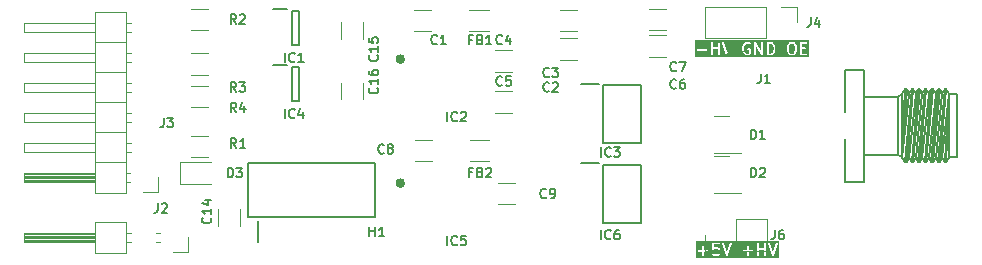
<source format=gbr>
%TF.GenerationSoftware,KiCad,Pcbnew,7.0.10*%
%TF.CreationDate,2024-02-11T10:45:53+07:00*%
%TF.ProjectId,PMOD-Pulser_update,504d4f44-2d50-4756-9c73-65725f757064,rev?*%
%TF.SameCoordinates,PX5e2ce30PY52bb330*%
%TF.FileFunction,Legend,Top*%
%TF.FilePolarity,Positive*%
%FSLAX46Y46*%
G04 Gerber Fmt 4.6, Leading zero omitted, Abs format (unit mm)*
G04 Created by KiCad (PCBNEW 7.0.10) date 2024-02-11 10:45:53*
%MOMM*%
%LPD*%
G01*
G04 APERTURE LIST*
%ADD10C,0.150000*%
%ADD11C,0.120000*%
%ADD12C,0.200000*%
%ADD13C,0.400000*%
G04 APERTURE END LIST*
D10*
G36*
X57197581Y18182010D02*
G01*
X57271694Y18107897D01*
X57310187Y18030910D01*
X57353571Y17857376D01*
X57353571Y17732987D01*
X57310187Y17559453D01*
X57271693Y17482466D01*
X57197581Y17408353D01*
X57083068Y17370181D01*
X56932143Y17370181D01*
X56932143Y18220181D01*
X57083068Y18220181D01*
X57197581Y18182010D01*
G37*
G36*
X59050811Y18185923D02*
G01*
X59122753Y18113981D01*
X59163095Y17952614D01*
X59163095Y17637749D01*
X59122753Y17476383D01*
X59050810Y17404439D01*
X58982295Y17370181D01*
X58827229Y17370181D01*
X58758713Y17404439D01*
X58686770Y17476383D01*
X58646429Y17637749D01*
X58646429Y17952614D01*
X58686770Y18113981D01*
X58758713Y18185923D01*
X58827229Y18220181D01*
X58982295Y18220181D01*
X59050811Y18185923D01*
G37*
G36*
X60359575Y17077324D02*
G01*
X50688044Y17077324D01*
X50688044Y17295181D01*
X52067857Y17295181D01*
X52085404Y17246972D01*
X52129833Y17221320D01*
X52180357Y17230229D01*
X52213334Y17269529D01*
X52217857Y17295181D01*
X52217857Y17743991D01*
X52639285Y17743991D01*
X52639285Y17295181D01*
X52656832Y17246972D01*
X52701261Y17221320D01*
X52751785Y17230229D01*
X52784762Y17269529D01*
X52789285Y17295181D01*
X52789285Y18295181D01*
X52788539Y18297230D01*
X52972647Y18297230D01*
X52976468Y18271464D01*
X53309801Y17271464D01*
X53311143Y17269773D01*
X53311202Y17267614D01*
X53326951Y17249853D01*
X53341692Y17231278D01*
X53343805Y17230846D01*
X53345239Y17229229D01*
X53368709Y17225749D01*
X53391953Y17220992D01*
X53393852Y17222021D01*
X53395988Y17221704D01*
X53416201Y17234123D01*
X53437067Y17245421D01*
X53437860Y17247429D01*
X53439700Y17248559D01*
X53452103Y17271464D01*
X53602866Y17723753D01*
X54686905Y17723753D01*
X54688090Y17720496D01*
X54689144Y17705563D01*
X54736763Y17515087D01*
X54738751Y17512143D01*
X54742442Y17499736D01*
X54790061Y17404498D01*
X54791247Y17403375D01*
X54804110Y17385006D01*
X54899348Y17289767D01*
X54903412Y17287872D01*
X54905759Y17284052D01*
X54928664Y17271649D01*
X55071520Y17224030D01*
X55073155Y17224075D01*
X55095238Y17220181D01*
X55190476Y17220181D01*
X55192014Y17220742D01*
X55214193Y17224030D01*
X55357050Y17271649D01*
X55360561Y17274437D01*
X55365030Y17274827D01*
X55386367Y17289768D01*
X55391780Y17295181D01*
X55734524Y17295181D01*
X55752071Y17246972D01*
X55796500Y17221320D01*
X55847024Y17230229D01*
X55880001Y17269529D01*
X55884524Y17295181D01*
X55884524Y18012765D01*
X56315834Y17257970D01*
X56321127Y17253489D01*
X56323499Y17246972D01*
X56340236Y17237309D01*
X56354987Y17224819D01*
X56361921Y17224789D01*
X56367928Y17221320D01*
X56386961Y17224677D01*
X56406289Y17224590D01*
X56411622Y17229025D01*
X56418452Y17230229D01*
X56430876Y17245036D01*
X56445736Y17257392D01*
X56446970Y17264216D01*
X56451429Y17269529D01*
X56455952Y17295181D01*
X56782143Y17295181D01*
X56788806Y17276873D01*
X56792191Y17257681D01*
X56797375Y17253331D01*
X56799690Y17246972D01*
X56816563Y17237230D01*
X56831491Y17224704D01*
X56841233Y17222987D01*
X56844119Y17221320D01*
X56847401Y17221899D01*
X56857143Y17220181D01*
X57095238Y17220181D01*
X57096776Y17220742D01*
X57118955Y17224030D01*
X57261812Y17271649D01*
X57265324Y17274437D01*
X57269791Y17274827D01*
X57291128Y17289767D01*
X57386367Y17385007D01*
X57387058Y17386490D01*
X57400415Y17404498D01*
X57448034Y17499736D01*
X57448440Y17503265D01*
X57453713Y17515087D01*
X57482070Y17628515D01*
X58496429Y17628515D01*
X58497614Y17625258D01*
X58498668Y17610325D01*
X58546287Y17419849D01*
X58550429Y17413717D01*
X58551074Y17406343D01*
X58566015Y17385006D01*
X58661253Y17289767D01*
X58662735Y17289076D01*
X58680745Y17275718D01*
X58775983Y17228099D01*
X58780436Y17227587D01*
X58783872Y17224704D01*
X58809524Y17220181D01*
X59000000Y17220181D01*
X59004213Y17221715D01*
X59008574Y17220673D01*
X59033541Y17228099D01*
X59128779Y17275718D01*
X59129904Y17276908D01*
X59148271Y17289767D01*
X59153685Y17295181D01*
X59591667Y17295181D01*
X59598330Y17276873D01*
X59601715Y17257681D01*
X59606899Y17253331D01*
X59609214Y17246972D01*
X59626087Y17237230D01*
X59641015Y17224704D01*
X59650757Y17222987D01*
X59653643Y17221320D01*
X59656925Y17221899D01*
X59666667Y17220181D01*
X60142857Y17220181D01*
X60191066Y17237728D01*
X60216718Y17282157D01*
X60207809Y17332681D01*
X60168509Y17365658D01*
X60142857Y17370181D01*
X59741667Y17370181D01*
X59741667Y17743991D01*
X60000000Y17743991D01*
X60048209Y17761538D01*
X60073861Y17805967D01*
X60064952Y17856491D01*
X60025652Y17889468D01*
X60000000Y17893991D01*
X59741667Y17893991D01*
X59741667Y18220181D01*
X60142857Y18220181D01*
X60191066Y18237728D01*
X60216718Y18282157D01*
X60207809Y18332681D01*
X60168509Y18365658D01*
X60142857Y18370181D01*
X59666667Y18370181D01*
X59648358Y18363518D01*
X59629167Y18360133D01*
X59624816Y18354949D01*
X59618458Y18352634D01*
X59608715Y18335761D01*
X59596190Y18320833D01*
X59594472Y18311091D01*
X59592806Y18308205D01*
X59593384Y18304923D01*
X59591667Y18295181D01*
X59591667Y17295181D01*
X59153685Y17295181D01*
X59243510Y17385007D01*
X59246637Y17391715D01*
X59252627Y17396060D01*
X59263237Y17419849D01*
X59310856Y17610325D01*
X59310495Y17613774D01*
X59313095Y17628515D01*
X59313095Y17961848D01*
X59311909Y17965106D01*
X59310856Y17980038D01*
X59263237Y18170514D01*
X59259095Y18176647D01*
X59258450Y18184020D01*
X59243509Y18205357D01*
X59148271Y18300595D01*
X59146789Y18301286D01*
X59128779Y18314644D01*
X59033541Y18362263D01*
X59029087Y18362776D01*
X59025652Y18365658D01*
X59000000Y18370181D01*
X58809524Y18370181D01*
X58805310Y18368648D01*
X58800949Y18369689D01*
X58775983Y18362263D01*
X58680745Y18314644D01*
X58679621Y18313458D01*
X58661253Y18300595D01*
X58566015Y18205357D01*
X58562887Y18198650D01*
X58556897Y18194303D01*
X58546287Y18170514D01*
X58498668Y17980038D01*
X58499028Y17976590D01*
X58496429Y17961848D01*
X58496429Y17628515D01*
X57482070Y17628515D01*
X57501332Y17705563D01*
X57500971Y17709012D01*
X57503571Y17723753D01*
X57503571Y17866610D01*
X57502385Y17869868D01*
X57501332Y17884800D01*
X57453713Y18075276D01*
X57451724Y18078221D01*
X57448034Y18090627D01*
X57400415Y18185865D01*
X57399228Y18186989D01*
X57386366Y18205357D01*
X57291128Y18300595D01*
X57287064Y18302490D01*
X57284717Y18306311D01*
X57261812Y18318713D01*
X57118955Y18366332D01*
X57117320Y18366288D01*
X57095238Y18370181D01*
X56857143Y18370181D01*
X56838834Y18363518D01*
X56819643Y18360133D01*
X56815292Y18354949D01*
X56808934Y18352634D01*
X56799191Y18335761D01*
X56786666Y18320833D01*
X56784948Y18311091D01*
X56783282Y18308205D01*
X56783860Y18304923D01*
X56782143Y18295181D01*
X56782143Y17295181D01*
X56455952Y17295181D01*
X56455952Y18295181D01*
X56438405Y18343390D01*
X56393976Y18369042D01*
X56343452Y18360133D01*
X56310475Y18320833D01*
X56305952Y18295181D01*
X56305952Y17577598D01*
X55874642Y18332391D01*
X55869349Y18336873D01*
X55866977Y18343390D01*
X55850237Y18353055D01*
X55835489Y18365543D01*
X55828554Y18365574D01*
X55822548Y18369042D01*
X55803514Y18365686D01*
X55784187Y18365772D01*
X55778853Y18361338D01*
X55772024Y18360133D01*
X55759599Y18345327D01*
X55744740Y18332970D01*
X55743505Y18326147D01*
X55739047Y18320833D01*
X55734524Y18295181D01*
X55734524Y17295181D01*
X55391780Y17295181D01*
X55433985Y17337387D01*
X55440903Y17352225D01*
X55451429Y17364768D01*
X55454272Y17380896D01*
X55455666Y17383884D01*
X55455143Y17385835D01*
X55455952Y17390420D01*
X55455952Y17723753D01*
X55449288Y17742062D01*
X55445904Y17761253D01*
X55440719Y17765604D01*
X55438405Y17771962D01*
X55421531Y17781705D01*
X55406604Y17794230D01*
X55396861Y17795948D01*
X55393976Y17797614D01*
X55390693Y17797036D01*
X55380952Y17798753D01*
X55190476Y17798753D01*
X55142267Y17781206D01*
X55116615Y17736777D01*
X55125524Y17686253D01*
X55164824Y17653276D01*
X55190476Y17648753D01*
X55305952Y17648753D01*
X55305952Y17421486D01*
X55292819Y17408353D01*
X55178306Y17370181D01*
X55107408Y17370181D01*
X54992895Y17408352D01*
X54918782Y17482466D01*
X54880288Y17559453D01*
X54836905Y17732987D01*
X54836905Y17857376D01*
X54880288Y18030910D01*
X54918782Y18107897D01*
X54992895Y18182010D01*
X55107408Y18220181D01*
X55220390Y18220181D01*
X55299792Y18180480D01*
X55350758Y18174615D01*
X55393571Y18202881D01*
X55408198Y18252056D01*
X55387795Y18299127D01*
X55366874Y18314644D01*
X55271636Y18362263D01*
X55267182Y18362776D01*
X55263747Y18365658D01*
X55238095Y18370181D01*
X55095238Y18370181D01*
X55093700Y18369622D01*
X55071520Y18366332D01*
X54928664Y18318713D01*
X54925153Y18315927D01*
X54920685Y18315536D01*
X54899348Y18300595D01*
X54804110Y18205357D01*
X54803419Y18203876D01*
X54790061Y18185865D01*
X54742442Y18090627D01*
X54742035Y18087099D01*
X54736763Y18075276D01*
X54689144Y17884800D01*
X54689504Y17881352D01*
X54686905Y17866610D01*
X54686905Y17723753D01*
X53602866Y17723753D01*
X53785436Y18271464D01*
X53784035Y18322747D01*
X53749997Y18361133D01*
X53699249Y18368658D01*
X53655536Y18341803D01*
X53643134Y18318898D01*
X53380952Y17532352D01*
X53118770Y18318898D01*
X53086879Y18359084D01*
X53036618Y18369370D01*
X52991504Y18344941D01*
X52972647Y18297230D01*
X52788539Y18297230D01*
X52771738Y18343390D01*
X52727309Y18369042D01*
X52676785Y18360133D01*
X52643808Y18320833D01*
X52639285Y18295181D01*
X52639285Y17893991D01*
X52217857Y17893991D01*
X52217857Y18295181D01*
X52200310Y18343390D01*
X52155881Y18369042D01*
X52105357Y18360133D01*
X52072380Y18320833D01*
X52067857Y18295181D01*
X52067857Y17295181D01*
X50688044Y17295181D01*
X50688044Y17689158D01*
X50830901Y17689158D01*
X50839810Y17638634D01*
X50879110Y17605657D01*
X50904762Y17601134D01*
X51666667Y17601134D01*
X51714876Y17618681D01*
X51740528Y17663110D01*
X51731619Y17713634D01*
X51692319Y17746611D01*
X51666667Y17751134D01*
X50904762Y17751134D01*
X50856553Y17733587D01*
X50830901Y17689158D01*
X50688044Y17689158D01*
X50688044Y18513038D01*
X60359575Y18513038D01*
X60359575Y17077324D01*
G37*
G36*
X57844960Y77324D02*
G01*
X50795187Y77324D01*
X50795187Y689158D01*
X50938044Y689158D01*
X50946953Y638634D01*
X50986253Y605657D01*
X51011905Y601134D01*
X51317857Y601134D01*
X51317857Y295181D01*
X51335404Y246972D01*
X51379833Y221320D01*
X51430357Y230229D01*
X51463334Y269529D01*
X51467857Y295181D01*
X51467857Y601134D01*
X51773810Y601134D01*
X51822019Y618681D01*
X51847671Y663110D01*
X51838762Y713634D01*
X51799462Y746611D01*
X51773810Y751134D01*
X51467857Y751134D01*
X51467857Y825527D01*
X52127667Y825527D01*
X52134193Y801168D01*
X52140416Y776738D01*
X52140816Y776451D01*
X52140944Y775973D01*
X52161578Y761525D01*
X52182072Y746792D01*
X52182565Y746830D01*
X52182970Y746546D01*
X52208073Y748743D01*
X52233232Y750630D01*
X52233585Y750976D01*
X52234077Y751018D01*
X52255414Y765958D01*
X52294427Y804971D01*
X52362943Y839229D01*
X52565628Y839229D01*
X52634144Y804971D01*
X52664551Y774564D01*
X52698809Y706048D01*
X52698809Y503363D01*
X52664550Y434847D01*
X52634143Y404439D01*
X52565628Y370181D01*
X52362943Y370181D01*
X52294427Y404439D01*
X52255415Y443452D01*
X52208918Y465134D01*
X52159363Y451857D01*
X52129937Y409832D01*
X52134407Y358725D01*
X52149347Y337388D01*
X52196966Y289768D01*
X52198447Y289078D01*
X52216459Y275718D01*
X52311697Y228099D01*
X52316150Y227587D01*
X52319586Y224704D01*
X52345238Y220181D01*
X52583333Y220181D01*
X52587546Y221715D01*
X52591907Y220673D01*
X52616874Y228099D01*
X52712112Y275718D01*
X52713236Y276906D01*
X52731605Y289768D01*
X52779223Y337387D01*
X52779913Y338869D01*
X52793272Y356879D01*
X52840891Y452117D01*
X52841403Y456571D01*
X52844286Y460006D01*
X52848809Y485658D01*
X52848809Y723753D01*
X52847275Y727967D01*
X52848317Y732328D01*
X52840891Y757294D01*
X52793272Y852532D01*
X52792082Y853658D01*
X52779223Y872024D01*
X52731604Y919643D01*
X52730122Y920334D01*
X52712112Y933692D01*
X52616874Y981311D01*
X52612420Y981824D01*
X52608985Y984706D01*
X52583333Y989229D01*
X52345238Y989229D01*
X52341024Y987696D01*
X52336663Y988737D01*
X52311697Y981311D01*
X52293055Y971991D01*
X52317874Y1220181D01*
X52726190Y1220181D01*
X52774399Y1237728D01*
X52800051Y1282157D01*
X52797393Y1297230D01*
X52984552Y1297230D01*
X52988373Y1271464D01*
X53321706Y271464D01*
X53323048Y269773D01*
X53323107Y267614D01*
X53338856Y249853D01*
X53353597Y231278D01*
X53355710Y230846D01*
X53357144Y229229D01*
X53380614Y225749D01*
X53403858Y220992D01*
X53405757Y222021D01*
X53407893Y221704D01*
X53428106Y234123D01*
X53448972Y245421D01*
X53449765Y247429D01*
X53451605Y248559D01*
X53464008Y271464D01*
X53603239Y689158D01*
X54747568Y689158D01*
X54756477Y638634D01*
X54795777Y605657D01*
X54821429Y601134D01*
X55127381Y601134D01*
X55127381Y295181D01*
X55144928Y246972D01*
X55189357Y221320D01*
X55239881Y230229D01*
X55272858Y269529D01*
X55277381Y295181D01*
X55984524Y295181D01*
X56002071Y246972D01*
X56046500Y221320D01*
X56097024Y230229D01*
X56130001Y269529D01*
X56134524Y295181D01*
X56134524Y743991D01*
X56555952Y743991D01*
X56555952Y295181D01*
X56573499Y246972D01*
X56617928Y221320D01*
X56668452Y230229D01*
X56701429Y269529D01*
X56705952Y295181D01*
X56705952Y1295181D01*
X56705206Y1297230D01*
X56889314Y1297230D01*
X56893135Y1271464D01*
X57226468Y271464D01*
X57227810Y269773D01*
X57227869Y267614D01*
X57243618Y249853D01*
X57258359Y231278D01*
X57260472Y230846D01*
X57261906Y229229D01*
X57285376Y225749D01*
X57308620Y220992D01*
X57310519Y222021D01*
X57312655Y221704D01*
X57332868Y234123D01*
X57353734Y245421D01*
X57354527Y247429D01*
X57356367Y248559D01*
X57368770Y271464D01*
X57702103Y1271464D01*
X57700702Y1322747D01*
X57666664Y1361133D01*
X57615916Y1368658D01*
X57572203Y1341803D01*
X57559801Y1318898D01*
X57297619Y532352D01*
X57035437Y1318898D01*
X57003546Y1359084D01*
X56953285Y1369370D01*
X56908171Y1344941D01*
X56889314Y1297230D01*
X56705206Y1297230D01*
X56688405Y1343390D01*
X56643976Y1369042D01*
X56593452Y1360133D01*
X56560475Y1320833D01*
X56555952Y1295181D01*
X56555952Y893991D01*
X56134524Y893991D01*
X56134524Y1295181D01*
X56116977Y1343390D01*
X56072548Y1369042D01*
X56022024Y1360133D01*
X55989047Y1320833D01*
X55984524Y1295181D01*
X55984524Y295181D01*
X55277381Y295181D01*
X55277381Y601134D01*
X55583334Y601134D01*
X55631543Y618681D01*
X55657195Y663110D01*
X55648286Y713634D01*
X55608986Y746611D01*
X55583334Y751134D01*
X55277381Y751134D01*
X55277381Y1057086D01*
X55259834Y1105295D01*
X55215405Y1130947D01*
X55164881Y1122038D01*
X55131904Y1082738D01*
X55127381Y1057086D01*
X55127381Y751134D01*
X54821429Y751134D01*
X54773220Y733587D01*
X54747568Y689158D01*
X53603239Y689158D01*
X53797341Y1271464D01*
X53795940Y1322747D01*
X53761902Y1361133D01*
X53711154Y1368658D01*
X53667441Y1341803D01*
X53655039Y1318898D01*
X53392857Y532352D01*
X53130675Y1318898D01*
X53098784Y1359084D01*
X53048523Y1369370D01*
X53003409Y1344941D01*
X52984552Y1297230D01*
X52797393Y1297230D01*
X52791142Y1332681D01*
X52751842Y1365658D01*
X52726190Y1370181D01*
X52250000Y1370181D01*
X52235032Y1364734D01*
X52219149Y1363542D01*
X52211642Y1356220D01*
X52201791Y1352634D01*
X52193827Y1338841D01*
X52182425Y1327718D01*
X52177693Y1310898D01*
X52176139Y1308205D01*
X52176446Y1306463D01*
X52175372Y1302644D01*
X52127753Y826454D01*
X52127875Y825974D01*
X52127667Y825527D01*
X51467857Y825527D01*
X51467857Y1057086D01*
X51450310Y1105295D01*
X51405881Y1130947D01*
X51355357Y1122038D01*
X51322380Y1082738D01*
X51317857Y1057086D01*
X51317857Y751134D01*
X51011905Y751134D01*
X50963696Y733587D01*
X50938044Y689158D01*
X50795187Y689158D01*
X50795187Y1513038D01*
X57844960Y1513038D01*
X57844960Y77324D01*
G37*
X60483333Y20437705D02*
X60483333Y19866277D01*
X60483333Y19866277D02*
X60445238Y19751991D01*
X60445238Y19751991D02*
X60369047Y19675800D01*
X60369047Y19675800D02*
X60254762Y19637705D01*
X60254762Y19637705D02*
X60178571Y19637705D01*
X61207143Y20171039D02*
X61207143Y19637705D01*
X61016667Y20475800D02*
X60826190Y19904372D01*
X60826190Y19904372D02*
X61321429Y19904372D01*
X15969048Y16637705D02*
X15969048Y17437705D01*
X16807143Y16713896D02*
X16769047Y16675800D01*
X16769047Y16675800D02*
X16654762Y16637705D01*
X16654762Y16637705D02*
X16578571Y16637705D01*
X16578571Y16637705D02*
X16464285Y16675800D01*
X16464285Y16675800D02*
X16388095Y16751991D01*
X16388095Y16751991D02*
X16350000Y16828181D01*
X16350000Y16828181D02*
X16311904Y16980562D01*
X16311904Y16980562D02*
X16311904Y17094848D01*
X16311904Y17094848D02*
X16350000Y17247229D01*
X16350000Y17247229D02*
X16388095Y17323420D01*
X16388095Y17323420D02*
X16464285Y17399610D01*
X16464285Y17399610D02*
X16578571Y17437705D01*
X16578571Y17437705D02*
X16654762Y17437705D01*
X16654762Y17437705D02*
X16769047Y17399610D01*
X16769047Y17399610D02*
X16807143Y17361515D01*
X17569047Y16637705D02*
X17111904Y16637705D01*
X17340476Y16637705D02*
X17340476Y17437705D01*
X17340476Y17437705D02*
X17264285Y17323420D01*
X17264285Y17323420D02*
X17188095Y17247229D01*
X17188095Y17247229D02*
X17111904Y17209134D01*
X34366667Y14713896D02*
X34328571Y14675800D01*
X34328571Y14675800D02*
X34214286Y14637705D01*
X34214286Y14637705D02*
X34138095Y14637705D01*
X34138095Y14637705D02*
X34023809Y14675800D01*
X34023809Y14675800D02*
X33947619Y14751991D01*
X33947619Y14751991D02*
X33909524Y14828181D01*
X33909524Y14828181D02*
X33871428Y14980562D01*
X33871428Y14980562D02*
X33871428Y15094848D01*
X33871428Y15094848D02*
X33909524Y15247229D01*
X33909524Y15247229D02*
X33947619Y15323420D01*
X33947619Y15323420D02*
X34023809Y15399610D01*
X34023809Y15399610D02*
X34138095Y15437705D01*
X34138095Y15437705D02*
X34214286Y15437705D01*
X34214286Y15437705D02*
X34328571Y15399610D01*
X34328571Y15399610D02*
X34366667Y15361515D01*
X35090476Y15437705D02*
X34709524Y15437705D01*
X34709524Y15437705D02*
X34671428Y15056753D01*
X34671428Y15056753D02*
X34709524Y15094848D01*
X34709524Y15094848D02*
X34785714Y15132943D01*
X34785714Y15132943D02*
X34976190Y15132943D01*
X34976190Y15132943D02*
X35052381Y15094848D01*
X35052381Y15094848D02*
X35090476Y15056753D01*
X35090476Y15056753D02*
X35128571Y14980562D01*
X35128571Y14980562D02*
X35128571Y14790086D01*
X35128571Y14790086D02*
X35090476Y14713896D01*
X35090476Y14713896D02*
X35052381Y14675800D01*
X35052381Y14675800D02*
X34976190Y14637705D01*
X34976190Y14637705D02*
X34785714Y14637705D01*
X34785714Y14637705D02*
X34709524Y14675800D01*
X34709524Y14675800D02*
X34671428Y14713896D01*
X11866667Y14137705D02*
X11600000Y14518658D01*
X11409524Y14137705D02*
X11409524Y14937705D01*
X11409524Y14937705D02*
X11714286Y14937705D01*
X11714286Y14937705D02*
X11790476Y14899610D01*
X11790476Y14899610D02*
X11828571Y14861515D01*
X11828571Y14861515D02*
X11866667Y14785324D01*
X11866667Y14785324D02*
X11866667Y14671039D01*
X11866667Y14671039D02*
X11828571Y14594848D01*
X11828571Y14594848D02*
X11790476Y14556753D01*
X11790476Y14556753D02*
X11714286Y14518658D01*
X11714286Y14518658D02*
X11409524Y14518658D01*
X12133333Y14937705D02*
X12628571Y14937705D01*
X12628571Y14937705D02*
X12361905Y14632943D01*
X12361905Y14632943D02*
X12476190Y14632943D01*
X12476190Y14632943D02*
X12552381Y14594848D01*
X12552381Y14594848D02*
X12590476Y14556753D01*
X12590476Y14556753D02*
X12628571Y14480562D01*
X12628571Y14480562D02*
X12628571Y14290086D01*
X12628571Y14290086D02*
X12590476Y14213896D01*
X12590476Y14213896D02*
X12552381Y14175800D01*
X12552381Y14175800D02*
X12476190Y14137705D01*
X12476190Y14137705D02*
X12247619Y14137705D01*
X12247619Y14137705D02*
X12171428Y14175800D01*
X12171428Y14175800D02*
X12133333Y14213896D01*
X49116667Y14463896D02*
X49078571Y14425800D01*
X49078571Y14425800D02*
X48964286Y14387705D01*
X48964286Y14387705D02*
X48888095Y14387705D01*
X48888095Y14387705D02*
X48773809Y14425800D01*
X48773809Y14425800D02*
X48697619Y14501991D01*
X48697619Y14501991D02*
X48659524Y14578181D01*
X48659524Y14578181D02*
X48621428Y14730562D01*
X48621428Y14730562D02*
X48621428Y14844848D01*
X48621428Y14844848D02*
X48659524Y14997229D01*
X48659524Y14997229D02*
X48697619Y15073420D01*
X48697619Y15073420D02*
X48773809Y15149610D01*
X48773809Y15149610D02*
X48888095Y15187705D01*
X48888095Y15187705D02*
X48964286Y15187705D01*
X48964286Y15187705D02*
X49078571Y15149610D01*
X49078571Y15149610D02*
X49116667Y15111515D01*
X49802381Y15187705D02*
X49650000Y15187705D01*
X49650000Y15187705D02*
X49573809Y15149610D01*
X49573809Y15149610D02*
X49535714Y15111515D01*
X49535714Y15111515D02*
X49459524Y14997229D01*
X49459524Y14997229D02*
X49421428Y14844848D01*
X49421428Y14844848D02*
X49421428Y14540086D01*
X49421428Y14540086D02*
X49459524Y14463896D01*
X49459524Y14463896D02*
X49497619Y14425800D01*
X49497619Y14425800D02*
X49573809Y14387705D01*
X49573809Y14387705D02*
X49726190Y14387705D01*
X49726190Y14387705D02*
X49802381Y14425800D01*
X49802381Y14425800D02*
X49840476Y14463896D01*
X49840476Y14463896D02*
X49878571Y14540086D01*
X49878571Y14540086D02*
X49878571Y14730562D01*
X49878571Y14730562D02*
X49840476Y14806753D01*
X49840476Y14806753D02*
X49802381Y14844848D01*
X49802381Y14844848D02*
X49726190Y14882943D01*
X49726190Y14882943D02*
X49573809Y14882943D01*
X49573809Y14882943D02*
X49497619Y14844848D01*
X49497619Y14844848D02*
X49459524Y14806753D01*
X49459524Y14806753D02*
X49421428Y14730562D01*
X55409524Y6887705D02*
X55409524Y7687705D01*
X55409524Y7687705D02*
X55600000Y7687705D01*
X55600000Y7687705D02*
X55714286Y7649610D01*
X55714286Y7649610D02*
X55790476Y7573420D01*
X55790476Y7573420D02*
X55828571Y7497229D01*
X55828571Y7497229D02*
X55866667Y7344848D01*
X55866667Y7344848D02*
X55866667Y7230562D01*
X55866667Y7230562D02*
X55828571Y7078181D01*
X55828571Y7078181D02*
X55790476Y7001991D01*
X55790476Y7001991D02*
X55714286Y6925800D01*
X55714286Y6925800D02*
X55600000Y6887705D01*
X55600000Y6887705D02*
X55409524Y6887705D01*
X56171428Y7611515D02*
X56209524Y7649610D01*
X56209524Y7649610D02*
X56285714Y7687705D01*
X56285714Y7687705D02*
X56476190Y7687705D01*
X56476190Y7687705D02*
X56552381Y7649610D01*
X56552381Y7649610D02*
X56590476Y7611515D01*
X56590476Y7611515D02*
X56628571Y7535324D01*
X56628571Y7535324D02*
X56628571Y7459134D01*
X56628571Y7459134D02*
X56590476Y7344848D01*
X56590476Y7344848D02*
X56133333Y6887705D01*
X56133333Y6887705D02*
X56628571Y6887705D01*
X49116667Y15963896D02*
X49078571Y15925800D01*
X49078571Y15925800D02*
X48964286Y15887705D01*
X48964286Y15887705D02*
X48888095Y15887705D01*
X48888095Y15887705D02*
X48773809Y15925800D01*
X48773809Y15925800D02*
X48697619Y16001991D01*
X48697619Y16001991D02*
X48659524Y16078181D01*
X48659524Y16078181D02*
X48621428Y16230562D01*
X48621428Y16230562D02*
X48621428Y16344848D01*
X48621428Y16344848D02*
X48659524Y16497229D01*
X48659524Y16497229D02*
X48697619Y16573420D01*
X48697619Y16573420D02*
X48773809Y16649610D01*
X48773809Y16649610D02*
X48888095Y16687705D01*
X48888095Y16687705D02*
X48964286Y16687705D01*
X48964286Y16687705D02*
X49078571Y16649610D01*
X49078571Y16649610D02*
X49116667Y16611515D01*
X49383333Y16687705D02*
X49916667Y16687705D01*
X49916667Y16687705D02*
X49573809Y15887705D01*
X29719048Y11637705D02*
X29719048Y12437705D01*
X30557143Y11713896D02*
X30519047Y11675800D01*
X30519047Y11675800D02*
X30404762Y11637705D01*
X30404762Y11637705D02*
X30328571Y11637705D01*
X30328571Y11637705D02*
X30214285Y11675800D01*
X30214285Y11675800D02*
X30138095Y11751991D01*
X30138095Y11751991D02*
X30100000Y11828181D01*
X30100000Y11828181D02*
X30061904Y11980562D01*
X30061904Y11980562D02*
X30061904Y12094848D01*
X30061904Y12094848D02*
X30100000Y12247229D01*
X30100000Y12247229D02*
X30138095Y12323420D01*
X30138095Y12323420D02*
X30214285Y12399610D01*
X30214285Y12399610D02*
X30328571Y12437705D01*
X30328571Y12437705D02*
X30404762Y12437705D01*
X30404762Y12437705D02*
X30519047Y12399610D01*
X30519047Y12399610D02*
X30557143Y12361515D01*
X30861904Y12361515D02*
X30900000Y12399610D01*
X30900000Y12399610D02*
X30976190Y12437705D01*
X30976190Y12437705D02*
X31166666Y12437705D01*
X31166666Y12437705D02*
X31242857Y12399610D01*
X31242857Y12399610D02*
X31280952Y12361515D01*
X31280952Y12361515D02*
X31319047Y12285324D01*
X31319047Y12285324D02*
X31319047Y12209134D01*
X31319047Y12209134D02*
X31280952Y12094848D01*
X31280952Y12094848D02*
X30823809Y11637705D01*
X30823809Y11637705D02*
X31319047Y11637705D01*
X55409524Y10137705D02*
X55409524Y10937705D01*
X55409524Y10937705D02*
X55600000Y10937705D01*
X55600000Y10937705D02*
X55714286Y10899610D01*
X55714286Y10899610D02*
X55790476Y10823420D01*
X55790476Y10823420D02*
X55828571Y10747229D01*
X55828571Y10747229D02*
X55866667Y10594848D01*
X55866667Y10594848D02*
X55866667Y10480562D01*
X55866667Y10480562D02*
X55828571Y10328181D01*
X55828571Y10328181D02*
X55790476Y10251991D01*
X55790476Y10251991D02*
X55714286Y10175800D01*
X55714286Y10175800D02*
X55600000Y10137705D01*
X55600000Y10137705D02*
X55409524Y10137705D01*
X56628571Y10137705D02*
X56171428Y10137705D01*
X56400000Y10137705D02*
X56400000Y10937705D01*
X56400000Y10937705D02*
X56323809Y10823420D01*
X56323809Y10823420D02*
X56247619Y10747229D01*
X56247619Y10747229D02*
X56171428Y10709134D01*
X23786104Y17235715D02*
X23824200Y17197619D01*
X23824200Y17197619D02*
X23862295Y17083334D01*
X23862295Y17083334D02*
X23862295Y17007143D01*
X23862295Y17007143D02*
X23824200Y16892857D01*
X23824200Y16892857D02*
X23748009Y16816667D01*
X23748009Y16816667D02*
X23671819Y16778572D01*
X23671819Y16778572D02*
X23519438Y16740476D01*
X23519438Y16740476D02*
X23405152Y16740476D01*
X23405152Y16740476D02*
X23252771Y16778572D01*
X23252771Y16778572D02*
X23176580Y16816667D01*
X23176580Y16816667D02*
X23100390Y16892857D01*
X23100390Y16892857D02*
X23062295Y17007143D01*
X23062295Y17007143D02*
X23062295Y17083334D01*
X23062295Y17083334D02*
X23100390Y17197619D01*
X23100390Y17197619D02*
X23138485Y17235715D01*
X23862295Y17997619D02*
X23862295Y17540476D01*
X23862295Y17769048D02*
X23062295Y17769048D01*
X23062295Y17769048D02*
X23176580Y17692857D01*
X23176580Y17692857D02*
X23252771Y17616667D01*
X23252771Y17616667D02*
X23290866Y17540476D01*
X23062295Y18721429D02*
X23062295Y18340477D01*
X23062295Y18340477D02*
X23443247Y18302381D01*
X23443247Y18302381D02*
X23405152Y18340477D01*
X23405152Y18340477D02*
X23367057Y18416667D01*
X23367057Y18416667D02*
X23367057Y18607143D01*
X23367057Y18607143D02*
X23405152Y18683334D01*
X23405152Y18683334D02*
X23443247Y18721429D01*
X23443247Y18721429D02*
X23519438Y18759524D01*
X23519438Y18759524D02*
X23709914Y18759524D01*
X23709914Y18759524D02*
X23786104Y18721429D01*
X23786104Y18721429D02*
X23824200Y18683334D01*
X23824200Y18683334D02*
X23862295Y18607143D01*
X23862295Y18607143D02*
X23862295Y18416667D01*
X23862295Y18416667D02*
X23824200Y18340477D01*
X23824200Y18340477D02*
X23786104Y18302381D01*
X56267731Y15655705D02*
X56267731Y15084277D01*
X56267731Y15084277D02*
X56229636Y14969991D01*
X56229636Y14969991D02*
X56153445Y14893800D01*
X56153445Y14893800D02*
X56039160Y14855705D01*
X56039160Y14855705D02*
X55962969Y14855705D01*
X57067731Y14855705D02*
X56610588Y14855705D01*
X56839160Y14855705D02*
X56839160Y15655705D01*
X56839160Y15655705D02*
X56762969Y15541420D01*
X56762969Y15541420D02*
X56686779Y15465229D01*
X56686779Y15465229D02*
X56610588Y15427134D01*
X34366667Y18213896D02*
X34328571Y18175800D01*
X34328571Y18175800D02*
X34214286Y18137705D01*
X34214286Y18137705D02*
X34138095Y18137705D01*
X34138095Y18137705D02*
X34023809Y18175800D01*
X34023809Y18175800D02*
X33947619Y18251991D01*
X33947619Y18251991D02*
X33909524Y18328181D01*
X33909524Y18328181D02*
X33871428Y18480562D01*
X33871428Y18480562D02*
X33871428Y18594848D01*
X33871428Y18594848D02*
X33909524Y18747229D01*
X33909524Y18747229D02*
X33947619Y18823420D01*
X33947619Y18823420D02*
X34023809Y18899610D01*
X34023809Y18899610D02*
X34138095Y18937705D01*
X34138095Y18937705D02*
X34214286Y18937705D01*
X34214286Y18937705D02*
X34328571Y18899610D01*
X34328571Y18899610D02*
X34366667Y18861515D01*
X35052381Y18671039D02*
X35052381Y18137705D01*
X34861905Y18975800D02*
X34671428Y18404372D01*
X34671428Y18404372D02*
X35166667Y18404372D01*
X31833333Y7306753D02*
X31566667Y7306753D01*
X31566667Y6887705D02*
X31566667Y7687705D01*
X31566667Y7687705D02*
X31947619Y7687705D01*
X32519047Y7306753D02*
X32633333Y7268658D01*
X32633333Y7268658D02*
X32671428Y7230562D01*
X32671428Y7230562D02*
X32709524Y7154372D01*
X32709524Y7154372D02*
X32709524Y7040086D01*
X32709524Y7040086D02*
X32671428Y6963896D01*
X32671428Y6963896D02*
X32633333Y6925800D01*
X32633333Y6925800D02*
X32557143Y6887705D01*
X32557143Y6887705D02*
X32252381Y6887705D01*
X32252381Y6887705D02*
X32252381Y7687705D01*
X32252381Y7687705D02*
X32519047Y7687705D01*
X32519047Y7687705D02*
X32595238Y7649610D01*
X32595238Y7649610D02*
X32633333Y7611515D01*
X32633333Y7611515D02*
X32671428Y7535324D01*
X32671428Y7535324D02*
X32671428Y7459134D01*
X32671428Y7459134D02*
X32633333Y7382943D01*
X32633333Y7382943D02*
X32595238Y7344848D01*
X32595238Y7344848D02*
X32519047Y7306753D01*
X32519047Y7306753D02*
X32252381Y7306753D01*
X33014285Y7611515D02*
X33052381Y7649610D01*
X33052381Y7649610D02*
X33128571Y7687705D01*
X33128571Y7687705D02*
X33319047Y7687705D01*
X33319047Y7687705D02*
X33395238Y7649610D01*
X33395238Y7649610D02*
X33433333Y7611515D01*
X33433333Y7611515D02*
X33471428Y7535324D01*
X33471428Y7535324D02*
X33471428Y7459134D01*
X33471428Y7459134D02*
X33433333Y7344848D01*
X33433333Y7344848D02*
X32976190Y6887705D01*
X32976190Y6887705D02*
X33471428Y6887705D01*
X31833333Y18556753D02*
X31566667Y18556753D01*
X31566667Y18137705D02*
X31566667Y18937705D01*
X31566667Y18937705D02*
X31947619Y18937705D01*
X32519047Y18556753D02*
X32633333Y18518658D01*
X32633333Y18518658D02*
X32671428Y18480562D01*
X32671428Y18480562D02*
X32709524Y18404372D01*
X32709524Y18404372D02*
X32709524Y18290086D01*
X32709524Y18290086D02*
X32671428Y18213896D01*
X32671428Y18213896D02*
X32633333Y18175800D01*
X32633333Y18175800D02*
X32557143Y18137705D01*
X32557143Y18137705D02*
X32252381Y18137705D01*
X32252381Y18137705D02*
X32252381Y18937705D01*
X32252381Y18937705D02*
X32519047Y18937705D01*
X32519047Y18937705D02*
X32595238Y18899610D01*
X32595238Y18899610D02*
X32633333Y18861515D01*
X32633333Y18861515D02*
X32671428Y18785324D01*
X32671428Y18785324D02*
X32671428Y18709134D01*
X32671428Y18709134D02*
X32633333Y18632943D01*
X32633333Y18632943D02*
X32595238Y18594848D01*
X32595238Y18594848D02*
X32519047Y18556753D01*
X32519047Y18556753D02*
X32252381Y18556753D01*
X33471428Y18137705D02*
X33014285Y18137705D01*
X33242857Y18137705D02*
X33242857Y18937705D01*
X33242857Y18937705D02*
X33166666Y18823420D01*
X33166666Y18823420D02*
X33090476Y18747229D01*
X33090476Y18747229D02*
X33014285Y18709134D01*
X9686104Y3485715D02*
X9724200Y3447619D01*
X9724200Y3447619D02*
X9762295Y3333334D01*
X9762295Y3333334D02*
X9762295Y3257143D01*
X9762295Y3257143D02*
X9724200Y3142857D01*
X9724200Y3142857D02*
X9648009Y3066667D01*
X9648009Y3066667D02*
X9571819Y3028572D01*
X9571819Y3028572D02*
X9419438Y2990476D01*
X9419438Y2990476D02*
X9305152Y2990476D01*
X9305152Y2990476D02*
X9152771Y3028572D01*
X9152771Y3028572D02*
X9076580Y3066667D01*
X9076580Y3066667D02*
X9000390Y3142857D01*
X9000390Y3142857D02*
X8962295Y3257143D01*
X8962295Y3257143D02*
X8962295Y3333334D01*
X8962295Y3333334D02*
X9000390Y3447619D01*
X9000390Y3447619D02*
X9038485Y3485715D01*
X9762295Y4247619D02*
X9762295Y3790476D01*
X9762295Y4019048D02*
X8962295Y4019048D01*
X8962295Y4019048D02*
X9076580Y3942857D01*
X9076580Y3942857D02*
X9152771Y3866667D01*
X9152771Y3866667D02*
X9190866Y3790476D01*
X9228961Y4933334D02*
X9762295Y4933334D01*
X8924200Y4742858D02*
X9495628Y4552381D01*
X9495628Y4552381D02*
X9495628Y5047620D01*
X57453333Y2437705D02*
X57453333Y1866277D01*
X57453333Y1866277D02*
X57415238Y1751991D01*
X57415238Y1751991D02*
X57339047Y1675800D01*
X57339047Y1675800D02*
X57224762Y1637705D01*
X57224762Y1637705D02*
X57148571Y1637705D01*
X58177143Y2437705D02*
X58024762Y2437705D01*
X58024762Y2437705D02*
X57948571Y2399610D01*
X57948571Y2399610D02*
X57910476Y2361515D01*
X57910476Y2361515D02*
X57834286Y2247229D01*
X57834286Y2247229D02*
X57796190Y2094848D01*
X57796190Y2094848D02*
X57796190Y1790086D01*
X57796190Y1790086D02*
X57834286Y1713896D01*
X57834286Y1713896D02*
X57872381Y1675800D01*
X57872381Y1675800D02*
X57948571Y1637705D01*
X57948571Y1637705D02*
X58100952Y1637705D01*
X58100952Y1637705D02*
X58177143Y1675800D01*
X58177143Y1675800D02*
X58215238Y1713896D01*
X58215238Y1713896D02*
X58253333Y1790086D01*
X58253333Y1790086D02*
X58253333Y1980562D01*
X58253333Y1980562D02*
X58215238Y2056753D01*
X58215238Y2056753D02*
X58177143Y2094848D01*
X58177143Y2094848D02*
X58100952Y2132943D01*
X58100952Y2132943D02*
X57948571Y2132943D01*
X57948571Y2132943D02*
X57872381Y2094848D01*
X57872381Y2094848D02*
X57834286Y2056753D01*
X57834286Y2056753D02*
X57796190Y1980562D01*
X11866667Y19887705D02*
X11600000Y20268658D01*
X11409524Y19887705D02*
X11409524Y20687705D01*
X11409524Y20687705D02*
X11714286Y20687705D01*
X11714286Y20687705D02*
X11790476Y20649610D01*
X11790476Y20649610D02*
X11828571Y20611515D01*
X11828571Y20611515D02*
X11866667Y20535324D01*
X11866667Y20535324D02*
X11866667Y20421039D01*
X11866667Y20421039D02*
X11828571Y20344848D01*
X11828571Y20344848D02*
X11790476Y20306753D01*
X11790476Y20306753D02*
X11714286Y20268658D01*
X11714286Y20268658D02*
X11409524Y20268658D01*
X12171428Y20611515D02*
X12209524Y20649610D01*
X12209524Y20649610D02*
X12285714Y20687705D01*
X12285714Y20687705D02*
X12476190Y20687705D01*
X12476190Y20687705D02*
X12552381Y20649610D01*
X12552381Y20649610D02*
X12590476Y20611515D01*
X12590476Y20611515D02*
X12628571Y20535324D01*
X12628571Y20535324D02*
X12628571Y20459134D01*
X12628571Y20459134D02*
X12590476Y20344848D01*
X12590476Y20344848D02*
X12133333Y19887705D01*
X12133333Y19887705D02*
X12628571Y19887705D01*
X11866667Y12387705D02*
X11600000Y12768658D01*
X11409524Y12387705D02*
X11409524Y13187705D01*
X11409524Y13187705D02*
X11714286Y13187705D01*
X11714286Y13187705D02*
X11790476Y13149610D01*
X11790476Y13149610D02*
X11828571Y13111515D01*
X11828571Y13111515D02*
X11866667Y13035324D01*
X11866667Y13035324D02*
X11866667Y12921039D01*
X11866667Y12921039D02*
X11828571Y12844848D01*
X11828571Y12844848D02*
X11790476Y12806753D01*
X11790476Y12806753D02*
X11714286Y12768658D01*
X11714286Y12768658D02*
X11409524Y12768658D01*
X12552381Y12921039D02*
X12552381Y12387705D01*
X12361905Y13225800D02*
X12171428Y12654372D01*
X12171428Y12654372D02*
X12666667Y12654372D01*
X38116667Y5213896D02*
X38078571Y5175800D01*
X38078571Y5175800D02*
X37964286Y5137705D01*
X37964286Y5137705D02*
X37888095Y5137705D01*
X37888095Y5137705D02*
X37773809Y5175800D01*
X37773809Y5175800D02*
X37697619Y5251991D01*
X37697619Y5251991D02*
X37659524Y5328181D01*
X37659524Y5328181D02*
X37621428Y5480562D01*
X37621428Y5480562D02*
X37621428Y5594848D01*
X37621428Y5594848D02*
X37659524Y5747229D01*
X37659524Y5747229D02*
X37697619Y5823420D01*
X37697619Y5823420D02*
X37773809Y5899610D01*
X37773809Y5899610D02*
X37888095Y5937705D01*
X37888095Y5937705D02*
X37964286Y5937705D01*
X37964286Y5937705D02*
X38078571Y5899610D01*
X38078571Y5899610D02*
X38116667Y5861515D01*
X38497619Y5137705D02*
X38650000Y5137705D01*
X38650000Y5137705D02*
X38726190Y5175800D01*
X38726190Y5175800D02*
X38764286Y5213896D01*
X38764286Y5213896D02*
X38840476Y5328181D01*
X38840476Y5328181D02*
X38878571Y5480562D01*
X38878571Y5480562D02*
X38878571Y5785324D01*
X38878571Y5785324D02*
X38840476Y5861515D01*
X38840476Y5861515D02*
X38802381Y5899610D01*
X38802381Y5899610D02*
X38726190Y5937705D01*
X38726190Y5937705D02*
X38573809Y5937705D01*
X38573809Y5937705D02*
X38497619Y5899610D01*
X38497619Y5899610D02*
X38459524Y5861515D01*
X38459524Y5861515D02*
X38421428Y5785324D01*
X38421428Y5785324D02*
X38421428Y5594848D01*
X38421428Y5594848D02*
X38459524Y5518658D01*
X38459524Y5518658D02*
X38497619Y5480562D01*
X38497619Y5480562D02*
X38573809Y5442467D01*
X38573809Y5442467D02*
X38726190Y5442467D01*
X38726190Y5442467D02*
X38802381Y5480562D01*
X38802381Y5480562D02*
X38840476Y5518658D01*
X38840476Y5518658D02*
X38878571Y5594848D01*
X5233333Y4687705D02*
X5233333Y4116277D01*
X5233333Y4116277D02*
X5195238Y4001991D01*
X5195238Y4001991D02*
X5119047Y3925800D01*
X5119047Y3925800D02*
X5004762Y3887705D01*
X5004762Y3887705D02*
X4928571Y3887705D01*
X5576190Y4611515D02*
X5614286Y4649610D01*
X5614286Y4649610D02*
X5690476Y4687705D01*
X5690476Y4687705D02*
X5880952Y4687705D01*
X5880952Y4687705D02*
X5957143Y4649610D01*
X5957143Y4649610D02*
X5995238Y4611515D01*
X5995238Y4611515D02*
X6033333Y4535324D01*
X6033333Y4535324D02*
X6033333Y4459134D01*
X6033333Y4459134D02*
X5995238Y4344848D01*
X5995238Y4344848D02*
X5538095Y3887705D01*
X5538095Y3887705D02*
X6033333Y3887705D01*
X38366667Y14213896D02*
X38328571Y14175800D01*
X38328571Y14175800D02*
X38214286Y14137705D01*
X38214286Y14137705D02*
X38138095Y14137705D01*
X38138095Y14137705D02*
X38023809Y14175800D01*
X38023809Y14175800D02*
X37947619Y14251991D01*
X37947619Y14251991D02*
X37909524Y14328181D01*
X37909524Y14328181D02*
X37871428Y14480562D01*
X37871428Y14480562D02*
X37871428Y14594848D01*
X37871428Y14594848D02*
X37909524Y14747229D01*
X37909524Y14747229D02*
X37947619Y14823420D01*
X37947619Y14823420D02*
X38023809Y14899610D01*
X38023809Y14899610D02*
X38138095Y14937705D01*
X38138095Y14937705D02*
X38214286Y14937705D01*
X38214286Y14937705D02*
X38328571Y14899610D01*
X38328571Y14899610D02*
X38366667Y14861515D01*
X38671428Y14861515D02*
X38709524Y14899610D01*
X38709524Y14899610D02*
X38785714Y14937705D01*
X38785714Y14937705D02*
X38976190Y14937705D01*
X38976190Y14937705D02*
X39052381Y14899610D01*
X39052381Y14899610D02*
X39090476Y14861515D01*
X39090476Y14861515D02*
X39128571Y14785324D01*
X39128571Y14785324D02*
X39128571Y14709134D01*
X39128571Y14709134D02*
X39090476Y14594848D01*
X39090476Y14594848D02*
X38633333Y14137705D01*
X38633333Y14137705D02*
X39128571Y14137705D01*
X23786104Y14485715D02*
X23824200Y14447619D01*
X23824200Y14447619D02*
X23862295Y14333334D01*
X23862295Y14333334D02*
X23862295Y14257143D01*
X23862295Y14257143D02*
X23824200Y14142857D01*
X23824200Y14142857D02*
X23748009Y14066667D01*
X23748009Y14066667D02*
X23671819Y14028572D01*
X23671819Y14028572D02*
X23519438Y13990476D01*
X23519438Y13990476D02*
X23405152Y13990476D01*
X23405152Y13990476D02*
X23252771Y14028572D01*
X23252771Y14028572D02*
X23176580Y14066667D01*
X23176580Y14066667D02*
X23100390Y14142857D01*
X23100390Y14142857D02*
X23062295Y14257143D01*
X23062295Y14257143D02*
X23062295Y14333334D01*
X23062295Y14333334D02*
X23100390Y14447619D01*
X23100390Y14447619D02*
X23138485Y14485715D01*
X23862295Y15247619D02*
X23862295Y14790476D01*
X23862295Y15019048D02*
X23062295Y15019048D01*
X23062295Y15019048D02*
X23176580Y14942857D01*
X23176580Y14942857D02*
X23252771Y14866667D01*
X23252771Y14866667D02*
X23290866Y14790476D01*
X23062295Y15933334D02*
X23062295Y15780953D01*
X23062295Y15780953D02*
X23100390Y15704762D01*
X23100390Y15704762D02*
X23138485Y15666667D01*
X23138485Y15666667D02*
X23252771Y15590477D01*
X23252771Y15590477D02*
X23405152Y15552381D01*
X23405152Y15552381D02*
X23709914Y15552381D01*
X23709914Y15552381D02*
X23786104Y15590477D01*
X23786104Y15590477D02*
X23824200Y15628572D01*
X23824200Y15628572D02*
X23862295Y15704762D01*
X23862295Y15704762D02*
X23862295Y15857143D01*
X23862295Y15857143D02*
X23824200Y15933334D01*
X23824200Y15933334D02*
X23786104Y15971429D01*
X23786104Y15971429D02*
X23709914Y16009524D01*
X23709914Y16009524D02*
X23519438Y16009524D01*
X23519438Y16009524D02*
X23443247Y15971429D01*
X23443247Y15971429D02*
X23405152Y15933334D01*
X23405152Y15933334D02*
X23367057Y15857143D01*
X23367057Y15857143D02*
X23367057Y15704762D01*
X23367057Y15704762D02*
X23405152Y15628572D01*
X23405152Y15628572D02*
X23443247Y15590477D01*
X23443247Y15590477D02*
X23519438Y15552381D01*
X42719048Y1637705D02*
X42719048Y2437705D01*
X43557143Y1713896D02*
X43519047Y1675800D01*
X43519047Y1675800D02*
X43404762Y1637705D01*
X43404762Y1637705D02*
X43328571Y1637705D01*
X43328571Y1637705D02*
X43214285Y1675800D01*
X43214285Y1675800D02*
X43138095Y1751991D01*
X43138095Y1751991D02*
X43100000Y1828181D01*
X43100000Y1828181D02*
X43061904Y1980562D01*
X43061904Y1980562D02*
X43061904Y2094848D01*
X43061904Y2094848D02*
X43100000Y2247229D01*
X43100000Y2247229D02*
X43138095Y2323420D01*
X43138095Y2323420D02*
X43214285Y2399610D01*
X43214285Y2399610D02*
X43328571Y2437705D01*
X43328571Y2437705D02*
X43404762Y2437705D01*
X43404762Y2437705D02*
X43519047Y2399610D01*
X43519047Y2399610D02*
X43557143Y2361515D01*
X44242857Y2437705D02*
X44090476Y2437705D01*
X44090476Y2437705D02*
X44014285Y2399610D01*
X44014285Y2399610D02*
X43976190Y2361515D01*
X43976190Y2361515D02*
X43900000Y2247229D01*
X43900000Y2247229D02*
X43861904Y2094848D01*
X43861904Y2094848D02*
X43861904Y1790086D01*
X43861904Y1790086D02*
X43900000Y1713896D01*
X43900000Y1713896D02*
X43938095Y1675800D01*
X43938095Y1675800D02*
X44014285Y1637705D01*
X44014285Y1637705D02*
X44166666Y1637705D01*
X44166666Y1637705D02*
X44242857Y1675800D01*
X44242857Y1675800D02*
X44280952Y1713896D01*
X44280952Y1713896D02*
X44319047Y1790086D01*
X44319047Y1790086D02*
X44319047Y1980562D01*
X44319047Y1980562D02*
X44280952Y2056753D01*
X44280952Y2056753D02*
X44242857Y2094848D01*
X44242857Y2094848D02*
X44166666Y2132943D01*
X44166666Y2132943D02*
X44014285Y2132943D01*
X44014285Y2132943D02*
X43938095Y2094848D01*
X43938095Y2094848D02*
X43900000Y2056753D01*
X43900000Y2056753D02*
X43861904Y1980562D01*
X42719048Y8637705D02*
X42719048Y9437705D01*
X43557143Y8713896D02*
X43519047Y8675800D01*
X43519047Y8675800D02*
X43404762Y8637705D01*
X43404762Y8637705D02*
X43328571Y8637705D01*
X43328571Y8637705D02*
X43214285Y8675800D01*
X43214285Y8675800D02*
X43138095Y8751991D01*
X43138095Y8751991D02*
X43100000Y8828181D01*
X43100000Y8828181D02*
X43061904Y8980562D01*
X43061904Y8980562D02*
X43061904Y9094848D01*
X43061904Y9094848D02*
X43100000Y9247229D01*
X43100000Y9247229D02*
X43138095Y9323420D01*
X43138095Y9323420D02*
X43214285Y9399610D01*
X43214285Y9399610D02*
X43328571Y9437705D01*
X43328571Y9437705D02*
X43404762Y9437705D01*
X43404762Y9437705D02*
X43519047Y9399610D01*
X43519047Y9399610D02*
X43557143Y9361515D01*
X43823809Y9437705D02*
X44319047Y9437705D01*
X44319047Y9437705D02*
X44052381Y9132943D01*
X44052381Y9132943D02*
X44166666Y9132943D01*
X44166666Y9132943D02*
X44242857Y9094848D01*
X44242857Y9094848D02*
X44280952Y9056753D01*
X44280952Y9056753D02*
X44319047Y8980562D01*
X44319047Y8980562D02*
X44319047Y8790086D01*
X44319047Y8790086D02*
X44280952Y8713896D01*
X44280952Y8713896D02*
X44242857Y8675800D01*
X44242857Y8675800D02*
X44166666Y8637705D01*
X44166666Y8637705D02*
X43938095Y8637705D01*
X43938095Y8637705D02*
X43861904Y8675800D01*
X43861904Y8675800D02*
X43823809Y8713896D01*
X24366667Y8963896D02*
X24328571Y8925800D01*
X24328571Y8925800D02*
X24214286Y8887705D01*
X24214286Y8887705D02*
X24138095Y8887705D01*
X24138095Y8887705D02*
X24023809Y8925800D01*
X24023809Y8925800D02*
X23947619Y9001991D01*
X23947619Y9001991D02*
X23909524Y9078181D01*
X23909524Y9078181D02*
X23871428Y9230562D01*
X23871428Y9230562D02*
X23871428Y9344848D01*
X23871428Y9344848D02*
X23909524Y9497229D01*
X23909524Y9497229D02*
X23947619Y9573420D01*
X23947619Y9573420D02*
X24023809Y9649610D01*
X24023809Y9649610D02*
X24138095Y9687705D01*
X24138095Y9687705D02*
X24214286Y9687705D01*
X24214286Y9687705D02*
X24328571Y9649610D01*
X24328571Y9649610D02*
X24366667Y9611515D01*
X24823809Y9344848D02*
X24747619Y9382943D01*
X24747619Y9382943D02*
X24709524Y9421039D01*
X24709524Y9421039D02*
X24671428Y9497229D01*
X24671428Y9497229D02*
X24671428Y9535324D01*
X24671428Y9535324D02*
X24709524Y9611515D01*
X24709524Y9611515D02*
X24747619Y9649610D01*
X24747619Y9649610D02*
X24823809Y9687705D01*
X24823809Y9687705D02*
X24976190Y9687705D01*
X24976190Y9687705D02*
X25052381Y9649610D01*
X25052381Y9649610D02*
X25090476Y9611515D01*
X25090476Y9611515D02*
X25128571Y9535324D01*
X25128571Y9535324D02*
X25128571Y9497229D01*
X25128571Y9497229D02*
X25090476Y9421039D01*
X25090476Y9421039D02*
X25052381Y9382943D01*
X25052381Y9382943D02*
X24976190Y9344848D01*
X24976190Y9344848D02*
X24823809Y9344848D01*
X24823809Y9344848D02*
X24747619Y9306753D01*
X24747619Y9306753D02*
X24709524Y9268658D01*
X24709524Y9268658D02*
X24671428Y9192467D01*
X24671428Y9192467D02*
X24671428Y9040086D01*
X24671428Y9040086D02*
X24709524Y8963896D01*
X24709524Y8963896D02*
X24747619Y8925800D01*
X24747619Y8925800D02*
X24823809Y8887705D01*
X24823809Y8887705D02*
X24976190Y8887705D01*
X24976190Y8887705D02*
X25052381Y8925800D01*
X25052381Y8925800D02*
X25090476Y8963896D01*
X25090476Y8963896D02*
X25128571Y9040086D01*
X25128571Y9040086D02*
X25128571Y9192467D01*
X25128571Y9192467D02*
X25090476Y9268658D01*
X25090476Y9268658D02*
X25052381Y9306753D01*
X25052381Y9306753D02*
X24976190Y9344848D01*
X23140476Y1887705D02*
X23140476Y2687705D01*
X23140476Y2306753D02*
X23597619Y2306753D01*
X23597619Y1887705D02*
X23597619Y2687705D01*
X24397618Y1887705D02*
X23940475Y1887705D01*
X24169047Y1887705D02*
X24169047Y2687705D01*
X24169047Y2687705D02*
X24092856Y2573420D01*
X24092856Y2573420D02*
X24016666Y2497229D01*
X24016666Y2497229D02*
X23940475Y2459134D01*
X38366667Y15463896D02*
X38328571Y15425800D01*
X38328571Y15425800D02*
X38214286Y15387705D01*
X38214286Y15387705D02*
X38138095Y15387705D01*
X38138095Y15387705D02*
X38023809Y15425800D01*
X38023809Y15425800D02*
X37947619Y15501991D01*
X37947619Y15501991D02*
X37909524Y15578181D01*
X37909524Y15578181D02*
X37871428Y15730562D01*
X37871428Y15730562D02*
X37871428Y15844848D01*
X37871428Y15844848D02*
X37909524Y15997229D01*
X37909524Y15997229D02*
X37947619Y16073420D01*
X37947619Y16073420D02*
X38023809Y16149610D01*
X38023809Y16149610D02*
X38138095Y16187705D01*
X38138095Y16187705D02*
X38214286Y16187705D01*
X38214286Y16187705D02*
X38328571Y16149610D01*
X38328571Y16149610D02*
X38366667Y16111515D01*
X38633333Y16187705D02*
X39128571Y16187705D01*
X39128571Y16187705D02*
X38861905Y15882943D01*
X38861905Y15882943D02*
X38976190Y15882943D01*
X38976190Y15882943D02*
X39052381Y15844848D01*
X39052381Y15844848D02*
X39090476Y15806753D01*
X39090476Y15806753D02*
X39128571Y15730562D01*
X39128571Y15730562D02*
X39128571Y15540086D01*
X39128571Y15540086D02*
X39090476Y15463896D01*
X39090476Y15463896D02*
X39052381Y15425800D01*
X39052381Y15425800D02*
X38976190Y15387705D01*
X38976190Y15387705D02*
X38747619Y15387705D01*
X38747619Y15387705D02*
X38671428Y15425800D01*
X38671428Y15425800D02*
X38633333Y15463896D01*
X11866667Y9387705D02*
X11600000Y9768658D01*
X11409524Y9387705D02*
X11409524Y10187705D01*
X11409524Y10187705D02*
X11714286Y10187705D01*
X11714286Y10187705D02*
X11790476Y10149610D01*
X11790476Y10149610D02*
X11828571Y10111515D01*
X11828571Y10111515D02*
X11866667Y10035324D01*
X11866667Y10035324D02*
X11866667Y9921039D01*
X11866667Y9921039D02*
X11828571Y9844848D01*
X11828571Y9844848D02*
X11790476Y9806753D01*
X11790476Y9806753D02*
X11714286Y9768658D01*
X11714286Y9768658D02*
X11409524Y9768658D01*
X12628571Y9387705D02*
X12171428Y9387705D01*
X12400000Y9387705D02*
X12400000Y10187705D01*
X12400000Y10187705D02*
X12323809Y10073420D01*
X12323809Y10073420D02*
X12247619Y9997229D01*
X12247619Y9997229D02*
X12171428Y9959134D01*
X11159524Y6887705D02*
X11159524Y7687705D01*
X11159524Y7687705D02*
X11350000Y7687705D01*
X11350000Y7687705D02*
X11464286Y7649610D01*
X11464286Y7649610D02*
X11540476Y7573420D01*
X11540476Y7573420D02*
X11578571Y7497229D01*
X11578571Y7497229D02*
X11616667Y7344848D01*
X11616667Y7344848D02*
X11616667Y7230562D01*
X11616667Y7230562D02*
X11578571Y7078181D01*
X11578571Y7078181D02*
X11540476Y7001991D01*
X11540476Y7001991D02*
X11464286Y6925800D01*
X11464286Y6925800D02*
X11350000Y6887705D01*
X11350000Y6887705D02*
X11159524Y6887705D01*
X11883333Y7687705D02*
X12378571Y7687705D01*
X12378571Y7687705D02*
X12111905Y7382943D01*
X12111905Y7382943D02*
X12226190Y7382943D01*
X12226190Y7382943D02*
X12302381Y7344848D01*
X12302381Y7344848D02*
X12340476Y7306753D01*
X12340476Y7306753D02*
X12378571Y7230562D01*
X12378571Y7230562D02*
X12378571Y7040086D01*
X12378571Y7040086D02*
X12340476Y6963896D01*
X12340476Y6963896D02*
X12302381Y6925800D01*
X12302381Y6925800D02*
X12226190Y6887705D01*
X12226190Y6887705D02*
X11997619Y6887705D01*
X11997619Y6887705D02*
X11921428Y6925800D01*
X11921428Y6925800D02*
X11883333Y6963896D01*
X5733333Y11937705D02*
X5733333Y11366277D01*
X5733333Y11366277D02*
X5695238Y11251991D01*
X5695238Y11251991D02*
X5619047Y11175800D01*
X5619047Y11175800D02*
X5504762Y11137705D01*
X5504762Y11137705D02*
X5428571Y11137705D01*
X6038095Y11937705D02*
X6533333Y11937705D01*
X6533333Y11937705D02*
X6266667Y11632943D01*
X6266667Y11632943D02*
X6380952Y11632943D01*
X6380952Y11632943D02*
X6457143Y11594848D01*
X6457143Y11594848D02*
X6495238Y11556753D01*
X6495238Y11556753D02*
X6533333Y11480562D01*
X6533333Y11480562D02*
X6533333Y11290086D01*
X6533333Y11290086D02*
X6495238Y11213896D01*
X6495238Y11213896D02*
X6457143Y11175800D01*
X6457143Y11175800D02*
X6380952Y11137705D01*
X6380952Y11137705D02*
X6152381Y11137705D01*
X6152381Y11137705D02*
X6076190Y11175800D01*
X6076190Y11175800D02*
X6038095Y11213896D01*
X28866667Y18213896D02*
X28828571Y18175800D01*
X28828571Y18175800D02*
X28714286Y18137705D01*
X28714286Y18137705D02*
X28638095Y18137705D01*
X28638095Y18137705D02*
X28523809Y18175800D01*
X28523809Y18175800D02*
X28447619Y18251991D01*
X28447619Y18251991D02*
X28409524Y18328181D01*
X28409524Y18328181D02*
X28371428Y18480562D01*
X28371428Y18480562D02*
X28371428Y18594848D01*
X28371428Y18594848D02*
X28409524Y18747229D01*
X28409524Y18747229D02*
X28447619Y18823420D01*
X28447619Y18823420D02*
X28523809Y18899610D01*
X28523809Y18899610D02*
X28638095Y18937705D01*
X28638095Y18937705D02*
X28714286Y18937705D01*
X28714286Y18937705D02*
X28828571Y18899610D01*
X28828571Y18899610D02*
X28866667Y18861515D01*
X29628571Y18137705D02*
X29171428Y18137705D01*
X29400000Y18137705D02*
X29400000Y18937705D01*
X29400000Y18937705D02*
X29323809Y18823420D01*
X29323809Y18823420D02*
X29247619Y18747229D01*
X29247619Y18747229D02*
X29171428Y18709134D01*
X15969048Y11887705D02*
X15969048Y12687705D01*
X16807143Y11963896D02*
X16769047Y11925800D01*
X16769047Y11925800D02*
X16654762Y11887705D01*
X16654762Y11887705D02*
X16578571Y11887705D01*
X16578571Y11887705D02*
X16464285Y11925800D01*
X16464285Y11925800D02*
X16388095Y12001991D01*
X16388095Y12001991D02*
X16350000Y12078181D01*
X16350000Y12078181D02*
X16311904Y12230562D01*
X16311904Y12230562D02*
X16311904Y12344848D01*
X16311904Y12344848D02*
X16350000Y12497229D01*
X16350000Y12497229D02*
X16388095Y12573420D01*
X16388095Y12573420D02*
X16464285Y12649610D01*
X16464285Y12649610D02*
X16578571Y12687705D01*
X16578571Y12687705D02*
X16654762Y12687705D01*
X16654762Y12687705D02*
X16769047Y12649610D01*
X16769047Y12649610D02*
X16807143Y12611515D01*
X17492857Y12421039D02*
X17492857Y11887705D01*
X17302381Y12725800D02*
X17111904Y12154372D01*
X17111904Y12154372D02*
X17607143Y12154372D01*
X29719048Y1137705D02*
X29719048Y1937705D01*
X30557143Y1213896D02*
X30519047Y1175800D01*
X30519047Y1175800D02*
X30404762Y1137705D01*
X30404762Y1137705D02*
X30328571Y1137705D01*
X30328571Y1137705D02*
X30214285Y1175800D01*
X30214285Y1175800D02*
X30138095Y1251991D01*
X30138095Y1251991D02*
X30100000Y1328181D01*
X30100000Y1328181D02*
X30061904Y1480562D01*
X30061904Y1480562D02*
X30061904Y1594848D01*
X30061904Y1594848D02*
X30100000Y1747229D01*
X30100000Y1747229D02*
X30138095Y1823420D01*
X30138095Y1823420D02*
X30214285Y1899610D01*
X30214285Y1899610D02*
X30328571Y1937705D01*
X30328571Y1937705D02*
X30404762Y1937705D01*
X30404762Y1937705D02*
X30519047Y1899610D01*
X30519047Y1899610D02*
X30557143Y1861515D01*
X31280952Y1937705D02*
X30900000Y1937705D01*
X30900000Y1937705D02*
X30861904Y1556753D01*
X30861904Y1556753D02*
X30900000Y1594848D01*
X30900000Y1594848D02*
X30976190Y1632943D01*
X30976190Y1632943D02*
X31166666Y1632943D01*
X31166666Y1632943D02*
X31242857Y1594848D01*
X31242857Y1594848D02*
X31280952Y1556753D01*
X31280952Y1556753D02*
X31319047Y1480562D01*
X31319047Y1480562D02*
X31319047Y1290086D01*
X31319047Y1290086D02*
X31280952Y1213896D01*
X31280952Y1213896D02*
X31242857Y1175800D01*
X31242857Y1175800D02*
X31166666Y1137705D01*
X31166666Y1137705D02*
X30976190Y1137705D01*
X30976190Y1137705D02*
X30900000Y1175800D01*
X30900000Y1175800D02*
X30861904Y1213896D01*
D11*
%TO.C,J4*%
X59330000Y21330000D02*
X59330000Y20000000D01*
X58000000Y21330000D02*
X59330000Y21330000D01*
X56730000Y21330000D02*
X51590000Y21330000D01*
X56730000Y21330000D02*
X56730000Y18670000D01*
X51590000Y21330000D02*
X51590000Y18670000D01*
X56730000Y18670000D02*
X51590000Y18670000D01*
D12*
%TO.C,IC1*%
X15000000Y21150000D02*
X16200000Y21150000D01*
X16550000Y21000000D02*
X17150000Y21000000D01*
X16550000Y18100000D02*
X16550000Y21000000D01*
X17150000Y21000000D02*
X17150000Y18100000D01*
X17150000Y18100000D02*
X16550000Y18100000D01*
D11*
%TO.C,C5*%
X33788748Y14160000D02*
X35211252Y14160000D01*
X33788748Y12340000D02*
X35211252Y12340000D01*
%TO.C,R3*%
X8022936Y17410000D02*
X9477064Y17410000D01*
X8022936Y15590000D02*
X9477064Y15590000D01*
%TO.C,C6*%
X46788748Y18910000D02*
X48211252Y18910000D01*
X46788748Y17090000D02*
X48211252Y17090000D01*
%TO.C,D2*%
X52937500Y5540000D02*
X54612500Y5540000D01*
X52937500Y5540000D02*
X52287500Y5540000D01*
X52937500Y8660000D02*
X53587500Y8660000D01*
X52937500Y8660000D02*
X52287500Y8660000D01*
%TO.C,C7*%
X46788748Y21160000D02*
X48211252Y21160000D01*
X46788748Y19340000D02*
X48211252Y19340000D01*
D13*
%TO.C,IC2*%
X25950000Y16900000D02*
G75*
G03*
X25550000Y16900000I-200000J0D01*
G01*
X25550000Y16900000D02*
G75*
G03*
X25950000Y16900000I200000J0D01*
G01*
D11*
%TO.C,D1*%
X52937500Y8940000D02*
X54612500Y8940000D01*
X52937500Y8940000D02*
X52287500Y8940000D01*
X52937500Y12060000D02*
X53587500Y12060000D01*
X52937500Y12060000D02*
X52287500Y12060000D01*
%TO.C,C15*%
X20740000Y18638748D02*
X20740000Y20061252D01*
X22560000Y18638748D02*
X22560000Y20061252D01*
D12*
%TO.C,J1*%
X72905000Y8585000D02*
X72905000Y13915000D01*
X72190000Y8535000D02*
X72190000Y13915000D01*
X72190000Y8585000D02*
X72905000Y8585000D01*
X72190000Y13915000D02*
X72905000Y13915000D01*
X71979000Y8156000D02*
X72190000Y8535000D01*
X71979000Y8156000D02*
X72190000Y13915000D01*
X71979000Y14344000D02*
X72190000Y13915000D01*
X71841000Y8156000D02*
X72190000Y13915000D01*
X71841000Y8156000D02*
X71979000Y8156000D01*
X71841000Y14344000D02*
X71979000Y14344000D01*
X71630010Y8535000D02*
X72190000Y13915000D01*
X71630010Y8535000D02*
X71841000Y8156000D01*
X71630010Y13965000D02*
X71841000Y14344000D01*
X71419010Y8156000D02*
X71979000Y14344000D01*
X71419010Y8156000D02*
X71630010Y8535000D01*
X71419010Y14344000D02*
X71630010Y13965000D01*
X71281000Y8156000D02*
X71841000Y14344000D01*
X71281000Y8156000D02*
X71419010Y8156000D01*
X71281000Y14344000D02*
X71419010Y14344000D01*
X71070000Y8535000D02*
X71630010Y13965000D01*
X71070000Y8535000D02*
X71281000Y8156000D01*
X71070000Y13965000D02*
X71281000Y14344000D01*
X70859000Y8156000D02*
X71419010Y14344000D01*
X70859000Y8156000D02*
X71070000Y8535000D01*
X70859000Y14344000D02*
X71070000Y13965000D01*
X70721000Y8156000D02*
X71281000Y14344000D01*
X70721000Y8156000D02*
X70859000Y8156000D01*
X70721000Y14344000D02*
X70859000Y14344000D01*
X70510000Y8535000D02*
X71070000Y13965000D01*
X70510000Y8535000D02*
X70721000Y8156000D01*
X70510000Y13965000D02*
X70721000Y14344000D01*
X70299000Y8156000D02*
X70859000Y14344000D01*
X70299000Y8156000D02*
X70510000Y8535000D01*
X70299000Y14344000D02*
X70510000Y13965000D01*
X70161000Y8156000D02*
X70721000Y14344000D01*
X70161000Y8156000D02*
X70299000Y8156000D01*
X70161000Y14344000D02*
X70299000Y14344000D01*
X69950000Y8535000D02*
X70510000Y13965000D01*
X69950000Y8535000D02*
X70161000Y8156000D01*
X69950000Y13965000D02*
X70161000Y14344000D01*
X69739000Y8156000D02*
X70299000Y14344000D01*
X69739000Y8156000D02*
X69950000Y8535000D01*
X69739000Y14344000D02*
X69950000Y13965000D01*
X69601000Y8156000D02*
X70161000Y14344000D01*
X69601000Y8156000D02*
X69739000Y8156000D01*
X69601000Y14344000D02*
X69739000Y14344000D01*
X69390000Y8535000D02*
X69950000Y13965000D01*
X69390000Y8535000D02*
X69601000Y8156000D01*
X69390000Y13965000D02*
X69601000Y14344000D01*
X69179000Y8156000D02*
X69739000Y14344000D01*
X69179000Y8156000D02*
X69390000Y8535000D01*
X69179000Y14344000D02*
X69390000Y13965000D01*
X69041000Y8156000D02*
X69601000Y14344000D01*
X69041000Y8156000D02*
X69179000Y8156000D01*
X69041000Y14344000D02*
X69179000Y14344000D01*
X68830000Y8535000D02*
X69390000Y13965000D01*
X68830000Y8535000D02*
X69041000Y8156000D01*
X68830000Y13965000D02*
X69041000Y14344000D01*
X68619000Y8156000D02*
X69179000Y14344000D01*
X68619000Y8156000D02*
X68830000Y8535000D01*
X68619000Y14344000D02*
X68830000Y13965000D01*
X68481000Y8156000D02*
X69041000Y14344000D01*
X68481000Y8156000D02*
X68619000Y8156000D01*
X68481000Y14344000D02*
X68619000Y14344000D01*
X68270000Y8537310D02*
X68830000Y13965000D01*
X68270000Y8537310D02*
X68619000Y14344000D01*
X68270000Y8537310D02*
X68481000Y8156000D01*
X68270000Y8537310D02*
X68270000Y13965000D01*
X68270000Y8585000D02*
X68481000Y14344000D01*
X68270000Y13965000D02*
X68481000Y14344000D01*
X67895000Y8802610D02*
X68270000Y8585000D01*
X67895000Y8802610D02*
X67895000Y13703280D01*
X67895000Y13703270D02*
X68270000Y13915000D01*
X65025000Y6490000D02*
X65025000Y16010000D01*
X65025000Y8802610D02*
X67895000Y8802610D01*
X65025000Y13703270D02*
X67895000Y13703270D01*
X63375000Y6490000D02*
X65025000Y6490000D01*
X63375000Y6490000D02*
X63375000Y10112700D01*
X63375000Y12387300D02*
X63375000Y16010000D01*
X63375000Y16010000D02*
X65025000Y16010000D01*
D11*
%TO.C,C4*%
X33788748Y17660000D02*
X35211252Y17660000D01*
X33788748Y15840000D02*
X35211252Y15840000D01*
%TO.C,FB2*%
X33285242Y8240000D02*
X31614758Y8240000D01*
X33285242Y10060000D02*
X31614758Y10060000D01*
%TO.C,FB1*%
X33235242Y19240000D02*
X31564758Y19240000D01*
X33235242Y21060000D02*
X31564758Y21060000D01*
%TO.C,C14*%
X10340000Y2788748D02*
X10340000Y4211252D01*
X12160000Y2788748D02*
X12160000Y4211252D01*
%TO.C,J6*%
X51590000Y670000D02*
X51590000Y2000000D01*
X52920000Y670000D02*
X51590000Y670000D01*
X54190000Y670000D02*
X56790000Y670000D01*
X54190000Y670000D02*
X54190000Y3330000D01*
X56790000Y670000D02*
X56790000Y3330000D01*
X54190000Y3330000D02*
X56790000Y3330000D01*
%TO.C,R2*%
X8022936Y21160000D02*
X9477064Y21160000D01*
X8022936Y19340000D02*
X9477064Y19340000D01*
%TO.C,R4*%
X8022936Y14660000D02*
X9477064Y14660000D01*
X8022936Y12840000D02*
X9477064Y12840000D01*
%TO.C,C9*%
X34038748Y6410000D02*
X35461252Y6410000D01*
X34038748Y4590000D02*
X35461252Y4590000D01*
%TO.C,J2*%
X7810000Y530000D02*
X6540000Y530000D01*
X7810000Y1800000D02*
X7810000Y530000D01*
X5430000Y1420000D02*
X5042929Y1420000D01*
X5430000Y2180000D02*
X5042929Y2180000D01*
X2957071Y1420000D02*
X2560000Y1420000D01*
X2957071Y2180000D02*
X2560000Y2180000D01*
X2560000Y470000D02*
X2560000Y3130000D01*
X2560000Y3130000D02*
X-100000Y3130000D01*
X-100000Y470000D02*
X2560000Y470000D01*
X-100000Y1420000D02*
X-6100000Y1420000D01*
X-100000Y1480000D02*
X-6100000Y1480000D01*
X-100000Y1600000D02*
X-6100000Y1600000D01*
X-100000Y1720000D02*
X-6100000Y1720000D01*
X-100000Y1840000D02*
X-6100000Y1840000D01*
X-100000Y1960000D02*
X-6100000Y1960000D01*
X-100000Y2080000D02*
X-6100000Y2080000D01*
X-100000Y3130000D02*
X-100000Y470000D01*
X-6100000Y1420000D02*
X-6100000Y2180000D01*
X-6100000Y2180000D02*
X-100000Y2180000D01*
%TO.C,C2*%
X39288748Y18660000D02*
X40711252Y18660000D01*
X39288748Y16840000D02*
X40711252Y16840000D01*
%TO.C,C16*%
X22560000Y14911252D02*
X22560000Y13488748D01*
X20740000Y14911252D02*
X20740000Y13488748D01*
D12*
%TO.C,IC6*%
X41025000Y8080000D02*
X42550000Y8080000D01*
X42900000Y7950000D02*
X46100000Y7950000D01*
X42900000Y3050000D02*
X42900000Y7950000D01*
X46100000Y7950000D02*
X46100000Y3050000D01*
X46100000Y3050000D02*
X42900000Y3050000D01*
%TO.C,IC3*%
X41025000Y14830000D02*
X42550000Y14830000D01*
X42900000Y14700000D02*
X46100000Y14700000D01*
X42900000Y9800000D02*
X42900000Y14700000D01*
X46100000Y14700000D02*
X46100000Y9800000D01*
X46100000Y9800000D02*
X42900000Y9800000D01*
D11*
%TO.C,C8*%
X26988748Y10060000D02*
X28411252Y10060000D01*
X26988748Y8240000D02*
X28411252Y8240000D01*
D12*
%TO.C,H1*%
X13740000Y1387000D02*
X13740000Y3162000D01*
X12850000Y3512000D02*
X12850000Y8112000D01*
X23650000Y3512000D02*
X12850000Y3512000D01*
X12850000Y8112000D02*
X23650000Y8112000D01*
X23650000Y8112000D02*
X23650000Y3512000D01*
D11*
%TO.C,C3*%
X39288748Y21060000D02*
X40711252Y21060000D01*
X39288748Y19240000D02*
X40711252Y19240000D01*
%TO.C,R1*%
X8022936Y10410000D02*
X9477064Y10410000D01*
X8022936Y8590000D02*
X9477064Y8590000D01*
%TO.C,D3*%
X7065000Y8210000D02*
X7065000Y6290000D01*
X7065000Y6290000D02*
X9750000Y6290000D01*
X9750000Y8210000D02*
X7065000Y8210000D01*
%TO.C,J3*%
X5270000Y5610000D02*
X4000000Y5610000D01*
X5270000Y6880000D02*
X5270000Y5610000D01*
X2957071Y9040000D02*
X2560000Y9040000D01*
X2957071Y9800000D02*
X2560000Y9800000D01*
X2957071Y11580000D02*
X2560000Y11580000D01*
X2957071Y12340000D02*
X2560000Y12340000D01*
X2957071Y14120000D02*
X2560000Y14120000D01*
X2957071Y14880000D02*
X2560000Y14880000D01*
X2957071Y16660000D02*
X2560000Y16660000D01*
X2957071Y17420000D02*
X2560000Y17420000D01*
X2957071Y19200000D02*
X2560000Y19200000D01*
X2957071Y19960000D02*
X2560000Y19960000D01*
X2890000Y6500000D02*
X2560000Y6500000D01*
X2890000Y7260000D02*
X2560000Y7260000D01*
X2560000Y5550000D02*
X2560000Y20910000D01*
X2560000Y8150000D02*
X-100000Y8150000D01*
X2560000Y10690000D02*
X-100000Y10690000D01*
X2560000Y13230000D02*
X-100000Y13230000D01*
X2560000Y15770000D02*
X-100000Y15770000D01*
X2560000Y18310000D02*
X-100000Y18310000D01*
X2560000Y20910000D02*
X-100000Y20910000D01*
X-100000Y5550000D02*
X2560000Y5550000D01*
X-100000Y6500000D02*
X-6100000Y6500000D01*
X-100000Y6560000D02*
X-6100000Y6560000D01*
X-100000Y6680000D02*
X-6100000Y6680000D01*
X-100000Y6800000D02*
X-6100000Y6800000D01*
X-100000Y6920000D02*
X-6100000Y6920000D01*
X-100000Y7040000D02*
X-6100000Y7040000D01*
X-100000Y7160000D02*
X-6100000Y7160000D01*
X-100000Y9040000D02*
X-6100000Y9040000D01*
X-100000Y11580000D02*
X-6100000Y11580000D01*
X-100000Y14120000D02*
X-6100000Y14120000D01*
X-100000Y16660000D02*
X-6100000Y16660000D01*
X-100000Y19200000D02*
X-6100000Y19200000D01*
X-100000Y20910000D02*
X-100000Y5550000D01*
X-6100000Y6500000D02*
X-6100000Y7260000D01*
X-6100000Y7260000D02*
X-100000Y7260000D01*
X-6100000Y9040000D02*
X-6100000Y9800000D01*
X-6100000Y9800000D02*
X-100000Y9800000D01*
X-6100000Y11580000D02*
X-6100000Y12340000D01*
X-6100000Y12340000D02*
X-100000Y12340000D01*
X-6100000Y14120000D02*
X-6100000Y14880000D01*
X-6100000Y14880000D02*
X-100000Y14880000D01*
X-6100000Y16660000D02*
X-6100000Y17420000D01*
X-6100000Y17420000D02*
X-100000Y17420000D01*
X-6100000Y19200000D02*
X-6100000Y19960000D01*
X-6100000Y19960000D02*
X-100000Y19960000D01*
%TO.C,C1*%
X26938748Y21060000D02*
X28361252Y21060000D01*
X26938748Y19240000D02*
X28361252Y19240000D01*
D12*
%TO.C,IC4*%
X15000000Y16400000D02*
X16200000Y16400000D01*
X16550000Y16250000D02*
X17150000Y16250000D01*
X16550000Y13350000D02*
X16550000Y16250000D01*
X17150000Y16250000D02*
X17150000Y13350000D01*
X17150000Y13350000D02*
X16550000Y13350000D01*
D13*
%TO.C,IC5*%
X25950000Y6400000D02*
G75*
G03*
X25550000Y6400000I-200000J0D01*
G01*
X25550000Y6400000D02*
G75*
G03*
X25950000Y6400000I200000J0D01*
G01*
%TD*%
M02*

</source>
